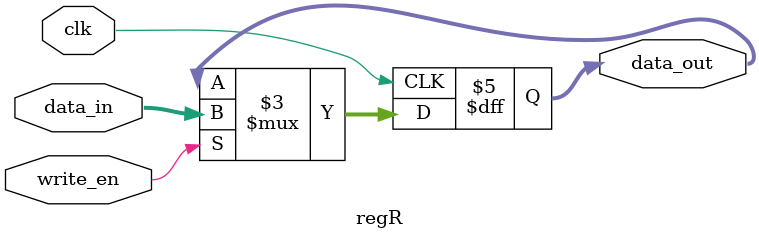
<source format=v>
module regR (input clk,
            input write_en,
            input [15:0] data_in,
            output reg [15:0] data_out);

    always @(posedge clk) begin
        if (write_en == 1)      // write data to the register
            data_out <= data_in;        
    end
    
endmodule

</source>
